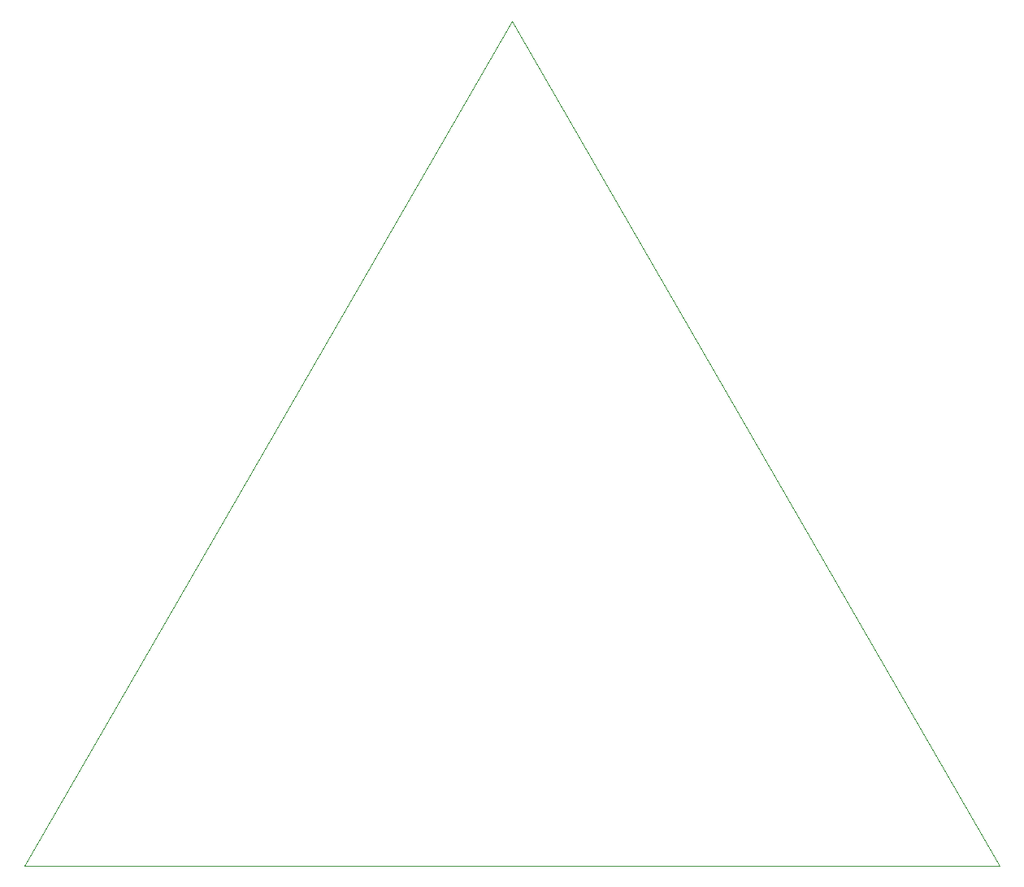
<source format=gbr>
%TF.GenerationSoftware,Flux,Pcbnew,9.0.6-9.0.6~ubuntu22.04.1*%
%TF.CreationDate,2026-01-08T03:09:01+00:00*%
%TF.ProjectId,input,696e7075-742e-46b6-9963-61645f706362,rev?*%
%TF.SameCoordinates,Original*%
%TF.FileFunction,Profile,NP*%
%FSLAX46Y46*%
G04 Gerber Fmt 4.6, Leading zero omitted, Abs format (unit mm)*
G04 Filename: pegjumpinggamepcb-179b*
G04 Build it with Flux! Visit our site at: https://www.flux.ai (PCBNEW 9.0.6-9.0.6~ubuntu22.04.1) date 2026-01-08 03:09:01*
%MOMM*%
%LPD*%
G01*
G04 APERTURE LIST*
%TA.AperFunction,Profile*%
%ADD10C,0.050000*%
%TD*%
G04 APERTURE END LIST*
D10*
X468977546Y-121894336D02*
X519777540Y-209882507D01*
X519777540Y-209882507D02*
X418177551Y-209882507D01*
X418177551Y-209882507D02*
X468977546Y-121894336D01*
M02*

</source>
